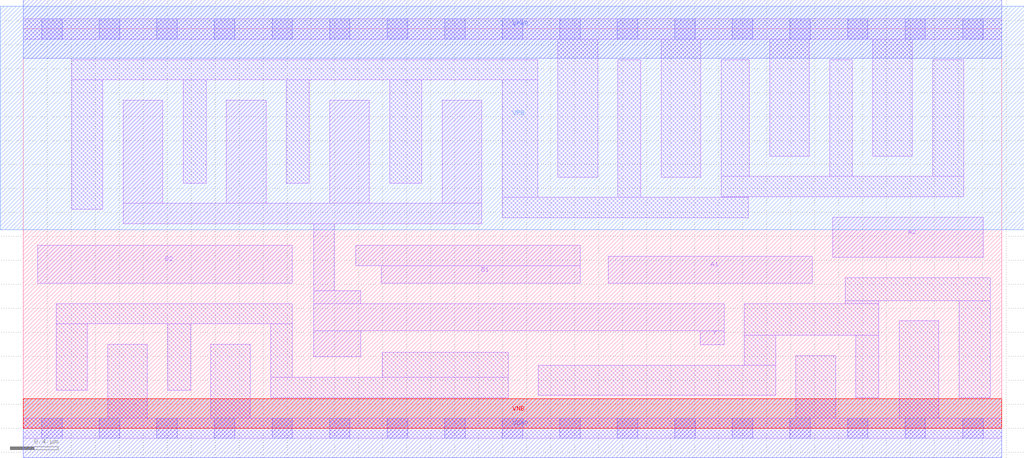
<source format=lef>
# Copyright 2020 The SkyWater PDK Authors
#
# Licensed under the Apache License, Version 2.0 (the "License");
# you may not use this file except in compliance with the License.
# You may obtain a copy of the License at
#
#     https://www.apache.org/licenses/LICENSE-2.0
#
# Unless required by applicable law or agreed to in writing, software
# distributed under the License is distributed on an "AS IS" BASIS,
# WITHOUT WARRANTIES OR CONDITIONS OF ANY KIND, either express or implied.
# See the License for the specific language governing permissions and
# limitations under the License.
#
# SPDX-License-Identifier: Apache-2.0

VERSION 5.7 ;
  NOWIREEXTENSIONATPIN ON ;
  DIVIDERCHAR "/" ;
  BUSBITCHARS "[]" ;
MACRO sky130_fd_sc_lp__a22oi_4
  CLASS CORE ;
  FOREIGN sky130_fd_sc_lp__a22oi_4 ;
  ORIGIN  0.000000  0.000000 ;
  SIZE  8.160000 BY  3.330000 ;
  SYMMETRY X Y R90 ;
  SITE unit ;
  PIN A1
    ANTENNAGATEAREA  1.260000 ;
    DIRECTION INPUT ;
    USE SIGNAL ;
    PORT
      LAYER li1 ;
        RECT 4.880000 1.210000 6.580000 1.435000 ;
    END
  END A1
  PIN A2
    ANTENNAGATEAREA  1.260000 ;
    DIRECTION INPUT ;
    USE SIGNAL ;
    PORT
      LAYER li1 ;
        RECT 6.750000 1.425000 8.005000 1.760000 ;
    END
  END A2
  PIN B1
    ANTENNAGATEAREA  1.260000 ;
    DIRECTION INPUT ;
    USE SIGNAL ;
    PORT
      LAYER li1 ;
        RECT 2.775000 1.355000 4.645000 1.525000 ;
        RECT 2.985000 1.210000 4.645000 1.355000 ;
    END
  END B1
  PIN B2
    ANTENNAGATEAREA  1.260000 ;
    DIRECTION INPUT ;
    USE SIGNAL ;
    PORT
      LAYER li1 ;
        RECT 0.120000 1.210000 2.245000 1.525000 ;
    END
  END B2
  PIN Y
    ANTENNADIFFAREA  2.352000 ;
    DIRECTION OUTPUT ;
    USE SIGNAL ;
    PORT
      LAYER li1 ;
        RECT 0.835000 1.705000 3.825000 1.875000 ;
        RECT 0.835000 1.875000 1.165000 2.735000 ;
        RECT 1.695000 1.875000 2.025000 2.735000 ;
        RECT 2.425000 0.595000 2.815000 0.815000 ;
        RECT 2.425000 0.815000 5.845000 1.040000 ;
        RECT 2.425000 1.040000 2.815000 1.145000 ;
        RECT 2.425000 1.145000 2.595000 1.705000 ;
        RECT 2.555000 1.875000 2.885000 2.735000 ;
        RECT 3.495000 1.875000 3.825000 2.735000 ;
        RECT 5.645000 0.695000 5.845000 0.815000 ;
    END
  END Y
  PIN VGND
    DIRECTION INOUT ;
    USE GROUND ;
    PORT
      LAYER met1 ;
        RECT 0.000000 -0.245000 8.160000 0.245000 ;
    END
  END VGND
  PIN VNB
    DIRECTION INOUT ;
    USE GROUND ;
    PORT
      LAYER pwell ;
        RECT 0.000000 0.000000 8.160000 0.245000 ;
    END
  END VNB
  PIN VPB
    DIRECTION INOUT ;
    USE POWER ;
    PORT
      LAYER nwell ;
        RECT -0.190000 1.655000 8.350000 3.520000 ;
    END
  END VPB
  PIN VPWR
    DIRECTION INOUT ;
    USE POWER ;
    PORT
      LAYER met1 ;
        RECT 0.000000 3.085000 8.160000 3.575000 ;
    END
  END VPWR
  OBS
    LAYER li1 ;
      RECT 0.000000 -0.085000 8.160000 0.085000 ;
      RECT 0.000000  3.245000 8.160000 3.415000 ;
      RECT 0.275000  0.315000 0.535000 0.870000 ;
      RECT 0.275000  0.870000 2.245000 1.040000 ;
      RECT 0.405000  1.825000 0.665000 2.905000 ;
      RECT 0.405000  2.905000 4.290000 3.075000 ;
      RECT 0.705000  0.085000 1.035000 0.700000 ;
      RECT 1.205000  0.315000 1.395000 0.870000 ;
      RECT 1.335000  2.045000 1.525000 2.905000 ;
      RECT 1.565000  0.085000 1.895000 0.700000 ;
      RECT 2.065000  0.255000 4.045000 0.425000 ;
      RECT 2.065000  0.425000 2.245000 0.870000 ;
      RECT 2.195000  2.045000 2.385000 2.905000 ;
      RECT 2.995000  0.425000 4.045000 0.635000 ;
      RECT 3.055000  2.045000 3.325000 2.905000 ;
      RECT 3.995000  1.755000 6.045000 1.925000 ;
      RECT 3.995000  1.925000 4.290000 2.905000 ;
      RECT 4.295000  0.275000 6.275000 0.525000 ;
      RECT 4.460000  2.095000 4.790000 3.245000 ;
      RECT 4.960000  1.925000 5.150000 3.075000 ;
      RECT 5.320000  2.095000 5.650000 3.245000 ;
      RECT 5.820000  1.925000 6.045000 1.930000 ;
      RECT 5.820000  1.930000 7.845000 2.100000 ;
      RECT 5.820000  2.100000 6.055000 3.075000 ;
      RECT 6.015000  0.525000 6.275000 0.775000 ;
      RECT 6.015000  0.775000 7.135000 1.040000 ;
      RECT 6.225000  2.270000 6.555000 3.245000 ;
      RECT 6.445000  0.085000 6.775000 0.605000 ;
      RECT 6.725000  2.100000 6.915000 3.075000 ;
      RECT 6.855000  1.040000 7.135000 1.065000 ;
      RECT 6.855000  1.065000 8.065000 1.255000 ;
      RECT 6.945000  0.255000 7.135000 0.775000 ;
      RECT 7.085000  2.270000 7.415000 3.245000 ;
      RECT 7.305000  0.085000 7.635000 0.895000 ;
      RECT 7.585000  2.100000 7.845000 3.075000 ;
      RECT 7.805000  0.255000 8.065000 1.065000 ;
    LAYER mcon ;
      RECT 0.155000 -0.085000 0.325000 0.085000 ;
      RECT 0.155000  3.245000 0.325000 3.415000 ;
      RECT 0.635000 -0.085000 0.805000 0.085000 ;
      RECT 0.635000  3.245000 0.805000 3.415000 ;
      RECT 1.115000 -0.085000 1.285000 0.085000 ;
      RECT 1.115000  3.245000 1.285000 3.415000 ;
      RECT 1.595000 -0.085000 1.765000 0.085000 ;
      RECT 1.595000  3.245000 1.765000 3.415000 ;
      RECT 2.075000 -0.085000 2.245000 0.085000 ;
      RECT 2.075000  3.245000 2.245000 3.415000 ;
      RECT 2.555000 -0.085000 2.725000 0.085000 ;
      RECT 2.555000  3.245000 2.725000 3.415000 ;
      RECT 3.035000 -0.085000 3.205000 0.085000 ;
      RECT 3.035000  3.245000 3.205000 3.415000 ;
      RECT 3.515000 -0.085000 3.685000 0.085000 ;
      RECT 3.515000  3.245000 3.685000 3.415000 ;
      RECT 3.995000 -0.085000 4.165000 0.085000 ;
      RECT 3.995000  3.245000 4.165000 3.415000 ;
      RECT 4.475000 -0.085000 4.645000 0.085000 ;
      RECT 4.475000  3.245000 4.645000 3.415000 ;
      RECT 4.955000 -0.085000 5.125000 0.085000 ;
      RECT 4.955000  3.245000 5.125000 3.415000 ;
      RECT 5.435000 -0.085000 5.605000 0.085000 ;
      RECT 5.435000  3.245000 5.605000 3.415000 ;
      RECT 5.915000 -0.085000 6.085000 0.085000 ;
      RECT 5.915000  3.245000 6.085000 3.415000 ;
      RECT 6.395000 -0.085000 6.565000 0.085000 ;
      RECT 6.395000  3.245000 6.565000 3.415000 ;
      RECT 6.875000 -0.085000 7.045000 0.085000 ;
      RECT 6.875000  3.245000 7.045000 3.415000 ;
      RECT 7.355000 -0.085000 7.525000 0.085000 ;
      RECT 7.355000  3.245000 7.525000 3.415000 ;
      RECT 7.835000 -0.085000 8.005000 0.085000 ;
      RECT 7.835000  3.245000 8.005000 3.415000 ;
  END
END sky130_fd_sc_lp__a22oi_4
END LIBRARY

</source>
